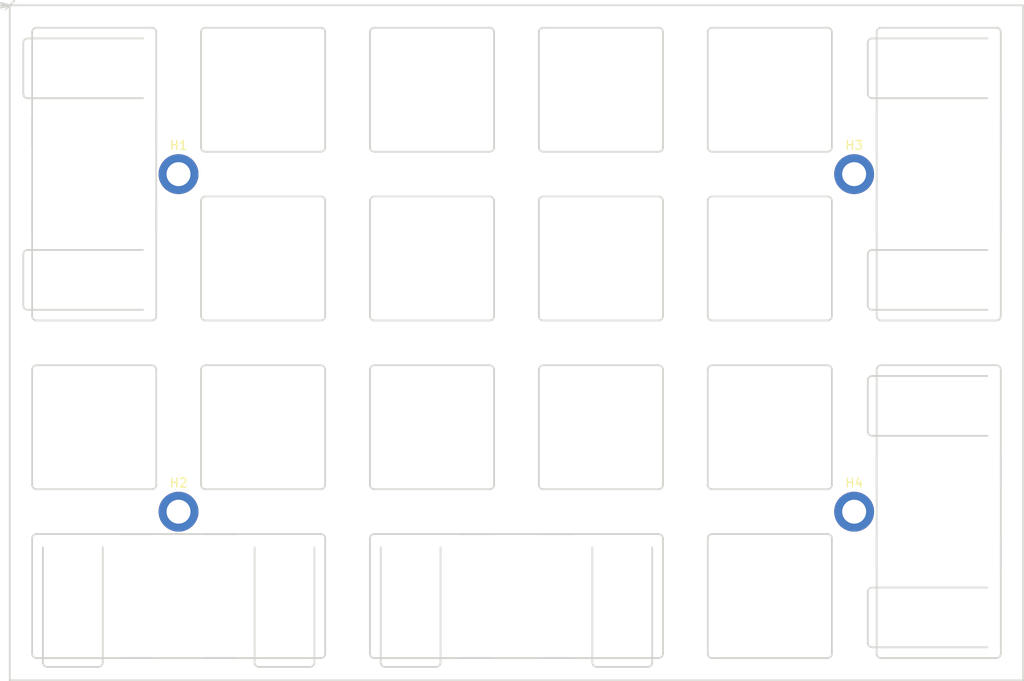
<source format=kicad_pcb>
(kicad_pcb (version 20171130) (host pcbnew 5.0.2-bee76a0~70~ubuntu18.04.1)

  (general
    (thickness 1.6)
    (drawings 230)
    (tracks 0)
    (zones 0)
    (modules 4)
    (nets 1)
  )

  (page A4)
  (layers
    (0 F.Cu signal)
    (31 B.Cu signal)
    (32 B.Adhes user)
    (33 F.Adhes user)
    (34 B.Paste user)
    (35 F.Paste user)
    (36 B.SilkS user)
    (37 F.SilkS user)
    (38 B.Mask user)
    (39 F.Mask user)
    (40 Dwgs.User user)
    (41 Cmts.User user)
    (42 Eco1.User user)
    (43 Eco2.User user)
    (44 Edge.Cuts user)
    (45 Margin user)
    (46 B.CrtYd user)
    (47 F.CrtYd user)
    (48 B.Fab user)
    (49 F.Fab user)
  )

  (setup
    (last_trace_width 0.25)
    (trace_clearance 0.2)
    (zone_clearance 0.508)
    (zone_45_only no)
    (trace_min 0.2)
    (segment_width 0.2)
    (edge_width 0.15)
    (via_size 0.8)
    (via_drill 0.4)
    (via_min_size 0.4)
    (via_min_drill 0.3)
    (uvia_size 0.3)
    (uvia_drill 0.1)
    (uvias_allowed no)
    (uvia_min_size 0.2)
    (uvia_min_drill 0.1)
    (pcb_text_width 0.3)
    (pcb_text_size 1.5 1.5)
    (mod_edge_width 0.15)
    (mod_text_size 1 1)
    (mod_text_width 0.15)
    (pad_size 1.524 1.524)
    (pad_drill 0.762)
    (pad_to_mask_clearance 0.051)
    (solder_mask_min_width 0.25)
    (aux_axis_origin 0 0)
    (grid_origin 0.01 0.01)
    (visible_elements FFFFFF7F)
    (pcbplotparams
      (layerselection 0x010fc_ffffffff)
      (usegerberextensions false)
      (usegerberattributes false)
      (usegerberadvancedattributes false)
      (creategerberjobfile false)
      (excludeedgelayer true)
      (linewidth 0.100000)
      (plotframeref false)
      (viasonmask false)
      (mode 1)
      (useauxorigin false)
      (hpglpennumber 1)
      (hpglpenspeed 20)
      (hpglpendiameter 15.000000)
      (psnegative false)
      (psa4output false)
      (plotreference true)
      (plotvalue true)
      (plotinvisibletext false)
      (padsonsilk false)
      (subtractmaskfromsilk false)
      (outputformat 1)
      (mirror false)
      (drillshape 0)
      (scaleselection 1)
      (outputdirectory "gerbersMixed"))
  )

  (net 0 "")

  (net_class Default "This is the default net class."
    (clearance 0.2)
    (trace_width 0.25)
    (via_dia 0.8)
    (via_drill 0.4)
    (uvia_dia 0.3)
    (uvia_drill 0.1)
  )

  (module MountingHole:MountingHole_2.7mm_M2.5_ISO14580_Pad (layer F.Cu) (tedit 56D1B4CB) (tstamp 5C2F322C)
    (at 113.45 77.34)
    (descr "Mounting Hole 2.7mm, M2.5, ISO14580")
    (tags "mounting hole 2.7mm m2.5 iso14580")
    (path /614D46D6)
    (attr virtual)
    (fp_text reference H1 (at 0 -3.25) (layer F.SilkS)
      (effects (font (size 1 1) (thickness 0.15)))
    )
    (fp_text value MountingHole (at 0 3.25) (layer F.Fab)
      (effects (font (size 1 1) (thickness 0.15)))
    )
    (fp_text user %R (at 0.3 0) (layer F.Fab)
      (effects (font (size 1 1) (thickness 0.15)))
    )
    (fp_circle (center 0 0) (end 2.25 0) (layer Cmts.User) (width 0.15))
    (fp_circle (center 0 0) (end 2.5 0) (layer F.CrtYd) (width 0.05))
    (pad 1 thru_hole circle (at 0 0) (size 4.5 4.5) (drill 2.7) (layers *.Cu *.Mask))
  )

  (module MountingHole:MountingHole_2.7mm_M2.5_ISO14580_Pad (layer F.Cu) (tedit 56D1B4CB) (tstamp 5C2F31BA)
    (at 113.45 115.44)
    (descr "Mounting Hole 2.7mm, M2.5, ISO14580")
    (tags "mounting hole 2.7mm m2.5 iso14580")
    (path /614D5069)
    (attr virtual)
    (fp_text reference H2 (at 0 -3.25) (layer F.SilkS)
      (effects (font (size 1 1) (thickness 0.15)))
    )
    (fp_text value MountingHole (at 0 3.25) (layer F.Fab)
      (effects (font (size 1 1) (thickness 0.15)))
    )
    (fp_circle (center 0 0) (end 2.5 0) (layer F.CrtYd) (width 0.05))
    (fp_circle (center 0 0) (end 2.25 0) (layer Cmts.User) (width 0.15))
    (fp_text user %R (at 0.3 0) (layer F.Fab)
      (effects (font (size 1 1) (thickness 0.15)))
    )
    (pad 1 thru_hole circle (at 0 0) (size 4.5 4.5) (drill 2.7) (layers *.Cu *.Mask))
  )

  (module MountingHole:MountingHole_2.7mm_M2.5_ISO14580_Pad (layer F.Cu) (tedit 56D1B4CB) (tstamp 5C2F31C2)
    (at 189.65 77.34)
    (descr "Mounting Hole 2.7mm, M2.5, ISO14580")
    (tags "mounting hole 2.7mm m2.5 iso14580")
    (path /614D5339)
    (attr virtual)
    (fp_text reference H3 (at 0 -3.25) (layer F.SilkS)
      (effects (font (size 1 1) (thickness 0.15)))
    )
    (fp_text value MountingHole (at 0 3.25) (layer F.Fab)
      (effects (font (size 1 1) (thickness 0.15)))
    )
    (fp_text user %R (at 0.3 0) (layer F.Fab)
      (effects (font (size 1 1) (thickness 0.15)))
    )
    (fp_circle (center 0 0) (end 2.25 0) (layer Cmts.User) (width 0.15))
    (fp_circle (center 0 0) (end 2.5 0) (layer F.CrtYd) (width 0.05))
    (pad 1 thru_hole circle (at 0 0) (size 4.5 4.5) (drill 2.7) (layers *.Cu *.Mask))
  )

  (module MountingHole:MountingHole_2.7mm_M2.5_ISO14580_Pad (layer F.Cu) (tedit 56D1B4CB) (tstamp 5C2F31CA)
    (at 189.65 115.44)
    (descr "Mounting Hole 2.7mm, M2.5, ISO14580")
    (tags "mounting hole 2.7mm m2.5 iso14580")
    (path /5C2E5469)
    (attr virtual)
    (fp_text reference H4 (at 0 -3.25) (layer F.SilkS)
      (effects (font (size 1 1) (thickness 0.15)))
    )
    (fp_text value MountingHole (at 0 3.25) (layer F.Fab)
      (effects (font (size 1 1) (thickness 0.15)))
    )
    (fp_circle (center 0 0) (end 2.5 0) (layer F.CrtYd) (width 0.05))
    (fp_circle (center 0 0) (end 2.25 0) (layer Cmts.User) (width 0.15))
    (fp_text user %R (at 0.3 0) (layer F.Fab)
      (effects (font (size 1 1) (thickness 0.15)))
    )
    (pad 1 thru_hole circle (at 0 0) (size 4.5 4.5) (drill 2.7) (layers *.Cu *.Mask))
  )

  (gr_line (start 98.15 119.46) (end 98.15 132.46) (layer Edge.Cuts) (width 0.2))
  (gr_line (start 104.9 119.46) (end 104.9 132.46) (layer Edge.Cuts) (width 0.2))
  (gr_line (start 109.438 92.648) (end 96.438 92.648) (layer Edge.Cuts) (width 0.2))
  (gr_arc (start 186.638 112.41) (end 186.638 112.91) (angle -90) (layer Edge.Cuts) (width 0.2))
  (gr_arc (start 148.538 61.31) (end 149.038 61.31) (angle -90) (layer Edge.Cuts) (width 0.2))
  (gr_line (start 94.413 58.285) (end 208.713 58.285) (layer Edge.Cuts) (width 0.2))
  (gr_line (start 191.188 62.522) (end 191.188 68.272) (layer Edge.Cuts) (width 0.2))
  (gr_arc (start 160.626 132.46) (end 160.126 132.46) (angle -90) (layer Edge.Cuts) (width 0.2))
  (gr_arc (start 192.688 99.41) (end 192.688 98.91) (angle -90) (layer Edge.Cuts) (width 0.2))
  (gr_arc (start 135.538 80.36) (end 135.538 79.86) (angle -90) (layer Edge.Cuts) (width 0.2))
  (gr_arc (start 186.638 99.41) (end 187.138 99.41) (angle -90) (layer Edge.Cuts) (width 0.2))
  (gr_line (start 192.188 108.935) (end 192.188 121.935) (layer Edge.Cuts) (width 0.2))
  (gr_line (start 173.138 61.31) (end 173.138 74.31) (layer Edge.Cuts) (width 0.2))
  (gr_arc (start 186.638 131.46) (end 186.638 131.96) (angle -90) (layer Edge.Cuts) (width 0.2))
  (gr_line (start 187.138 99.41) (end 187.138 112.41) (layer Edge.Cuts) (width 0.2))
  (gr_line (start 116.488 131.96) (end 129.488 131.96) (layer Edge.Cuts) (width 0.2))
  (gr_arc (start 166.376 132.46) (end 166.376 132.96) (angle -90) (layer Edge.Cuts) (width 0.2))
  (gr_line (start 192.188 118.46) (end 192.188 131.46) (layer Edge.Cuts) (width 0.2))
  (gr_line (start 128.776 119.46) (end 128.776 132.46) (layer Edge.Cuts) (width 0.2))
  (gr_line (start 206.188 108.935) (end 206.188 121.935) (layer Edge.Cuts) (width 0.2))
  (gr_arc (start 167.588 118.46) (end 168.088 118.46) (angle -90) (layer Edge.Cuts) (width 0.2))
  (gr_line (start 94.413 134.485) (end 208.713 134.485) (layer Edge.Cuts) (width 0.2))
  (gr_line (start 206.188 61.31) (end 206.188 74.31) (layer Edge.Cuts) (width 0.2))
  (gr_line (start 106.963 131.96) (end 119.963 131.96) (layer Edge.Cuts) (width 0.2))
  (gr_arc (start 186.638 118.46) (end 187.138 118.46) (angle -90) (layer Edge.Cuts) (width 0.2))
  (gr_line (start 160.126 119.46) (end 160.126 132.46) (layer Edge.Cuts) (width 0.2))
  (gr_arc (start 104.4 132.46) (end 104.4 132.96) (angle -90) (layer Edge.Cuts) (width 0.2))
  (gr_line (start 135.538 74.81) (end 148.538 74.81) (layer Edge.Cuts) (width 0.2))
  (gr_line (start 192.188 70.835) (end 192.188 83.835) (layer Edge.Cuts) (width 0.2))
  (gr_line (start 160.626 132.96) (end 166.376 132.96) (layer Edge.Cuts) (width 0.2))
  (gr_arc (start 129.488 93.36) (end 129.488 93.86) (angle -90) (layer Edge.Cuts) (width 0.2))
  (gr_line (start 129.988 61.31) (end 129.988 74.31) (layer Edge.Cuts) (width 0.2))
  (gr_arc (start 173.638 61.31) (end 173.638 60.81) (angle -90) (layer Edge.Cuts) (width 0.2))
  (gr_arc (start 148.538 74.31) (end 148.538 74.81) (angle -90) (layer Edge.Cuts) (width 0.2))
  (gr_arc (start 96.438 86.398) (end 96.438 85.898) (angle -90) (layer Edge.Cuts) (width 0.2))
  (gr_line (start 95.938 86.398) (end 95.938 92.148) (layer Edge.Cuts) (width 0.2))
  (gr_arc (start 154.588 74.31) (end 154.088 74.31) (angle -90) (layer Edge.Cuts) (width 0.2))
  (gr_arc (start 148.538 99.41) (end 149.038 99.41) (angle -90) (layer Edge.Cuts) (width 0.2))
  (gr_line (start 116.488 60.81) (end 129.488 60.81) (layer Edge.Cuts) (width 0.2))
  (gr_line (start 135.538 79.86) (end 148.538 79.86) (layer Edge.Cuts) (width 0.2))
  (gr_line (start 135.038 61.31) (end 135.038 74.31) (layer Edge.Cuts) (width 0.2))
  (gr_arc (start 116.488 112.41) (end 115.988 112.41) (angle -90) (layer Edge.Cuts) (width 0.2))
  (gr_line (start 115.988 61.31) (end 115.988 74.31) (layer Edge.Cuts) (width 0.2))
  (gr_arc (start 167.588 61.31) (end 168.088 61.31) (angle -90) (layer Edge.Cuts) (width 0.2))
  (gr_line (start 149.038 80.36) (end 149.038 93.36) (layer Edge.Cuts) (width 0.2))
  (gr_line (start 135.538 93.86) (end 148.538 93.86) (layer Edge.Cuts) (width 0.2))
  (gr_line (start 173.638 117.96) (end 186.638 117.96) (layer Edge.Cuts) (width 0.2))
  (gr_arc (start 116.488 74.31) (end 115.988 74.31) (angle -90) (layer Edge.Cuts) (width 0.2))
  (gr_line (start 149.038 61.31) (end 149.038 74.31) (layer Edge.Cuts) (width 0.2))
  (gr_line (start 154.588 74.81) (end 167.588 74.81) (layer Edge.Cuts) (width 0.2))
  (gr_line (start 187.138 61.31) (end 187.138 74.31) (layer Edge.Cuts) (width 0.2))
  (gr_arc (start 148.538 93.36) (end 148.538 93.86) (angle -90) (layer Edge.Cuts) (width 0.2))
  (gr_line (start 154.088 99.41) (end 154.088 112.41) (layer Edge.Cuts) (width 0.2))
  (gr_line (start 96.938 118.46) (end 96.938 131.46) (layer Edge.Cuts) (width 0.2))
  (gr_arc (start 192.688 93.36) (end 192.188 93.36) (angle -90) (layer Edge.Cuts) (width 0.2))
  (gr_arc (start 173.638 99.41) (end 173.638 98.91) (angle -90) (layer Edge.Cuts) (width 0.2))
  (gr_line (start 109.438 85.898) (end 96.438 85.898) (layer Edge.Cuts) (width 0.2))
  (gr_line (start 173.638 112.91) (end 186.638 112.91) (layer Edge.Cuts) (width 0.2))
  (gr_arc (start 129.488 61.31) (end 129.988 61.31) (angle -90) (layer Edge.Cuts) (width 0.2))
  (gr_line (start 154.588 93.86) (end 167.588 93.86) (layer Edge.Cuts) (width 0.2))
  (gr_arc (start 154.588 112.41) (end 154.088 112.41) (angle -90) (layer Edge.Cuts) (width 0.2))
  (gr_line (start 135.538 98.91) (end 148.538 98.91) (layer Edge.Cuts) (width 0.2))
  (gr_line (start 135.038 80.36) (end 135.038 93.36) (layer Edge.Cuts) (width 0.2))
  (gr_line (start 154.588 60.81) (end 167.588 60.81) (layer Edge.Cuts) (width 0.2))
  (gr_arc (start 154.588 61.31) (end 154.588 60.81) (angle -90) (layer Edge.Cuts) (width 0.2))
  (gr_arc (start 148.538 80.36) (end 149.038 80.36) (angle -90) (layer Edge.Cuts) (width 0.2))
  (gr_line (start 116.488 74.81) (end 129.488 74.81) (layer Edge.Cuts) (width 0.2))
  (gr_line (start 109.438 68.772) (end 96.438 68.772) (layer Edge.Cuts) (width 0.2))
  (gr_line (start 191.188 86.398) (end 191.188 92.148) (layer Edge.Cuts) (width 0.2))
  (gr_arc (start 135.538 112.41) (end 135.038 112.41) (angle -90) (layer Edge.Cuts) (width 0.2))
  (gr_line (start 192.688 93.86) (end 205.688 93.86) (layer Edge.Cuts) (width 0.2))
  (gr_line (start 173.138 99.41) (end 173.138 112.41) (layer Edge.Cuts) (width 0.2))
  (gr_line (start 154.588 79.86) (end 167.588 79.86) (layer Edge.Cuts) (width 0.2))
  (gr_line (start 129.988 80.36) (end 129.988 93.36) (layer Edge.Cuts) (width 0.2))
  (gr_arc (start 186.638 61.31) (end 187.138 61.31) (angle -90) (layer Edge.Cuts) (width 0.2))
  (gr_line (start 206.188 80.36) (end 206.188 93.36) (layer Edge.Cuts) (width 0.2))
  (gr_line (start 173.638 60.81) (end 186.638 60.81) (layer Edge.Cuts) (width 0.2))
  (gr_line (start 168.088 99.41) (end 168.088 112.41) (layer Edge.Cuts) (width 0.2))
  (gr_arc (start 191.688 92.148) (end 191.188 92.148) (angle -90) (layer Edge.Cuts) (width 0.2))
  (gr_line (start 110.938 61.31) (end 110.938 74.31) (layer Edge.Cuts) (width 0.2))
  (gr_line (start 116.488 79.86) (end 129.488 79.86) (layer Edge.Cuts) (width 0.2))
  (gr_line (start 173.638 74.81) (end 186.638 74.81) (layer Edge.Cuts) (width 0.2))
  (gr_line (start 116.488 117.96) (end 129.488 117.96) (layer Edge.Cuts) (width 0.2))
  (gr_line (start 154.588 131.96) (end 167.588 131.96) (layer Edge.Cuts) (width 0.2))
  (gr_line (start 110.938 80.36) (end 110.938 93.36) (layer Edge.Cuts) (width 0.2))
  (gr_arc (start 191.688 100.622) (end 191.688 100.122) (angle -90) (layer Edge.Cuts) (width 0.2))
  (gr_line (start 191.188 100.622) (end 191.188 106.372) (layer Edge.Cuts) (width 0.2))
  (gr_line (start 135.538 117.96) (end 148.538 117.96) (layer Edge.Cuts) (width 0.2))
  (gr_arc (start 167.588 131.46) (end 167.588 131.96) (angle -90) (layer Edge.Cuts) (width 0.2))
  (gr_line (start 192.688 60.81) (end 205.688 60.81) (layer Edge.Cuts) (width 0.2))
  (gr_arc (start 116.488 93.36) (end 115.988 93.36) (angle -90) (layer Edge.Cuts) (width 0.2))
  (gr_line (start 135.538 131.96) (end 148.538 131.96) (layer Edge.Cuts) (width 0.2))
  (gr_line (start 192.688 98.91) (end 205.688 98.91) (layer Edge.Cuts) (width 0.2))
  (gr_arc (start 191.688 62.522) (end 191.688 62.022) (angle -90) (layer Edge.Cuts) (width 0.2))
  (gr_arc (start 191.688 106.372) (end 191.188 106.372) (angle -90) (layer Edge.Cuts) (width 0.2))
  (gr_line (start 95.938 62.522) (end 95.938 68.272) (layer Edge.Cuts) (width 0.2))
  (gr_line (start 204.688 130.748) (end 191.688 130.748) (layer Edge.Cuts) (width 0.2))
  (gr_arc (start 205.688 131.46) (end 205.688 131.96) (angle -90) (layer Edge.Cuts) (width 0.2))
  (gr_arc (start 205.688 61.31) (end 206.188 61.31) (angle -90) (layer Edge.Cuts) (width 0.2))
  (gr_arc (start 186.638 93.36) (end 186.638 93.86) (angle -90) (layer Edge.Cuts) (width 0.2))
  (gr_arc (start 135.538 118.46) (end 135.538 117.96) (angle -90) (layer Edge.Cuts) (width 0.2))
  (gr_line (start 206.188 70.835) (end 206.188 83.835) (layer Edge.Cuts) (width 0.2))
  (gr_arc (start 96.438 68.272) (end 95.938 68.272) (angle -90) (layer Edge.Cuts) (width 0.2))
  (gr_arc (start 167.588 80.36) (end 168.088 80.36) (angle -90) (layer Edge.Cuts) (width 0.2))
  (gr_line (start 115.988 99.41) (end 115.988 112.41) (layer Edge.Cuts) (width 0.2))
  (gr_arc (start 205.688 93.36) (end 205.688 93.86) (angle -90) (layer Edge.Cuts) (width 0.2))
  (gr_arc (start 129.488 112.41) (end 129.488 112.91) (angle -90) (layer Edge.Cuts) (width 0.2))
  (gr_line (start 192.688 131.96) (end 205.688 131.96) (layer Edge.Cuts) (width 0.2))
  (gr_arc (start 135.538 74.31) (end 135.038 74.31) (angle -90) (layer Edge.Cuts) (width 0.2))
  (gr_line (start 206.188 99.41) (end 206.188 112.41) (layer Edge.Cuts) (width 0.2))
  (gr_arc (start 191.688 86.398) (end 191.688 85.898) (angle -90) (layer Edge.Cuts) (width 0.2))
  (gr_arc (start 97.438 99.41) (end 97.438 98.91) (angle -90) (layer Edge.Cuts) (width 0.2))
  (gr_arc (start 154.588 93.36) (end 154.088 93.36) (angle -90) (layer Edge.Cuts) (width 0.2))
  (gr_line (start 116.488 93.86) (end 129.488 93.86) (layer Edge.Cuts) (width 0.2))
  (gr_arc (start 191.688 124.498) (end 191.688 123.998) (angle -90) (layer Edge.Cuts) (width 0.2))
  (gr_line (start 204.688 106.872) (end 191.688 106.872) (layer Edge.Cuts) (width 0.2))
  (gr_line (start 97.438 98.91) (end 110.438 98.91) (layer Edge.Cuts) (width 0.2))
  (gr_line (start 206.188 118.46) (end 206.188 131.46) (layer Edge.Cuts) (width 0.2))
  (gr_line (start 96.938 99.41) (end 96.938 112.41) (layer Edge.Cuts) (width 0.2))
  (gr_arc (start 136.75 132.46) (end 136.25 132.46) (angle -90) (layer Edge.Cuts) (width 0.2))
  (gr_line (start 94.413 58.285) (end 94.413 134.485) (layer Edge.Cuts) (width 0.2))
  (gr_arc (start 173.638 74.31) (end 173.138 74.31) (angle -90) (layer Edge.Cuts) (width 0.2))
  (gr_arc (start 173.638 112.41) (end 173.138 112.41) (angle -90) (layer Edge.Cuts) (width 0.2))
  (gr_line (start 173.638 98.91) (end 186.638 98.91) (layer Edge.Cuts) (width 0.2))
  (gr_arc (start 191.688 130.248) (end 191.188 130.248) (angle -90) (layer Edge.Cuts) (width 0.2))
  (gr_arc (start 110.438 99.41) (end 110.938 99.41) (angle -90) (layer Edge.Cuts) (width 0.2))
  (gr_arc (start 191.688 68.272) (end 191.188 68.272) (angle -90) (layer Edge.Cuts) (width 0.2))
  (gr_line (start 109.438 62.022) (end 96.438 62.022) (layer Edge.Cuts) (width 0.2))
  (gr_line (start 129.988 99.41) (end 129.988 112.41) (layer Edge.Cuts) (width 0.2))
  (gr_arc (start 110.438 61.31) (end 110.938 61.31) (angle -90) (layer Edge.Cuts) (width 0.2))
  (gr_line (start 208.713 58.285) (end 208.713 134.485) (layer Edge.Cuts) (width 0.2))
  (gr_arc (start 129.488 99.41) (end 129.988 99.41) (angle -90) (layer Edge.Cuts) (width 0.2))
  (gr_arc (start 148.538 112.41) (end 148.538 112.91) (angle -90) (layer Edge.Cuts) (width 0.2))
  (gr_arc (start 97.438 112.41) (end 96.938 112.41) (angle -90) (layer Edge.Cuts) (width 0.2))
  (gr_line (start 168.088 80.36) (end 168.088 93.36) (layer Edge.Cuts) (width 0.2))
  (gr_arc (start 205.688 99.41) (end 206.188 99.41) (angle -90) (layer Edge.Cuts) (width 0.2))
  (gr_line (start 173.638 93.86) (end 186.638 93.86) (layer Edge.Cuts) (width 0.2))
  (gr_arc (start 154.588 80.36) (end 154.588 79.86) (angle -90) (layer Edge.Cuts) (width 0.2))
  (gr_line (start 168.088 61.31) (end 168.088 74.31) (layer Edge.Cuts) (width 0.2))
  (gr_line (start 204.688 92.648) (end 191.688 92.648) (layer Edge.Cuts) (width 0.2))
  (gr_arc (start 116.488 61.31) (end 116.488 60.81) (angle -90) (layer Edge.Cuts) (width 0.2))
  (gr_line (start 116.488 98.91) (end 129.488 98.91) (layer Edge.Cuts) (width 0.2))
  (gr_line (start 97.438 117.96) (end 110.438 117.96) (layer Edge.Cuts) (width 0.2))
  (gr_line (start 93.413 58.017051) (end 94.413 58.285) (layer Edge.Cuts) (width 0.2))
  (gr_arc (start 167.588 74.31) (end 167.588 74.81) (angle -90) (layer Edge.Cuts) (width 0.2))
  (gr_arc (start 167.588 99.41) (end 168.088 99.41) (angle -90) (layer Edge.Cuts) (width 0.2))
  (gr_line (start 173.138 80.36) (end 173.138 93.36) (layer Edge.Cuts) (width 0.2))
  (gr_line (start 122.526 132.96) (end 128.276 132.96) (layer Edge.Cuts) (width 0.2))
  (gr_line (start 166.876 119.46) (end 166.876 132.46) (layer Edge.Cuts) (width 0.2))
  (gr_line (start 106.963 117.96) (end 119.963 117.96) (layer Edge.Cuts) (width 0.2))
  (gr_arc (start 173.638 131.46) (end 173.138 131.46) (angle -90) (layer Edge.Cuts) (width 0.2))
  (gr_arc (start 128.276 132.46) (end 128.276 132.96) (angle -90) (layer Edge.Cuts) (width 0.2))
  (gr_line (start 143 119.46) (end 143 132.46) (layer Edge.Cuts) (width 0.2))
  (gr_line (start 154.588 98.91) (end 167.588 98.91) (layer Edge.Cuts) (width 0.2))
  (gr_line (start 204.688 123.998) (end 191.688 123.998) (layer Edge.Cuts) (width 0.2))
  (gr_arc (start 129.488 118.46) (end 129.988 118.46) (angle -90) (layer Edge.Cuts) (width 0.2))
  (gr_arc (start 173.638 93.36) (end 173.138 93.36) (angle -90) (layer Edge.Cuts) (width 0.2))
  (gr_arc (start 192.688 131.46) (end 192.188 131.46) (angle -90) (layer Edge.Cuts) (width 0.2))
  (gr_line (start 192.188 99.41) (end 192.188 112.41) (layer Edge.Cuts) (width 0.2))
  (gr_arc (start 142.5 132.46) (end 142.5 132.96) (angle -90) (layer Edge.Cuts) (width 0.2))
  (gr_line (start 204.688 100.122) (end 191.688 100.122) (layer Edge.Cuts) (width 0.2))
  (gr_arc (start 97.438 93.36) (end 96.938 93.36) (angle -90) (layer Edge.Cuts) (width 0.2))
  (gr_arc (start 116.488 80.36) (end 116.488 79.86) (angle -90) (layer Edge.Cuts) (width 0.2))
  (gr_arc (start 129.488 80.36) (end 129.988 80.36) (angle -90) (layer Edge.Cuts) (width 0.2))
  (gr_arc (start 110.438 93.36) (end 110.438 93.86) (angle -90) (layer Edge.Cuts) (width 0.2))
  (gr_line (start 204.688 62.022) (end 191.688 62.022) (layer Edge.Cuts) (width 0.2))
  (gr_arc (start 186.638 74.31) (end 186.638 74.81) (angle -90) (layer Edge.Cuts) (width 0.2))
  (gr_arc (start 129.488 74.31) (end 129.488 74.81) (angle -90) (layer Edge.Cuts) (width 0.2))
  (gr_line (start 192.188 80.36) (end 192.188 93.36) (layer Edge.Cuts) (width 0.2))
  (gr_line (start 168.088 118.46) (end 168.088 131.46) (layer Edge.Cuts) (width 0.2))
  (gr_line (start 145.063 131.96) (end 158.063 131.96) (layer Edge.Cuts) (width 0.2))
  (gr_line (start 97.438 93.86) (end 110.438 93.86) (layer Edge.Cuts) (width 0.2))
  (gr_line (start 97.438 60.81) (end 110.438 60.81) (layer Edge.Cuts) (width 0.2))
  (gr_line (start 129.988 118.46) (end 129.988 131.46) (layer Edge.Cuts) (width 0.2))
  (gr_line (start 115.988 80.36) (end 115.988 93.36) (layer Edge.Cuts) (width 0.2))
  (gr_line (start 149.038 99.41) (end 149.038 112.41) (layer Edge.Cuts) (width 0.2))
  (gr_arc (start 97.438 131.46) (end 96.938 131.46) (angle -90) (layer Edge.Cuts) (width 0.2))
  (gr_arc (start 135.538 61.31) (end 135.538 60.81) (angle -90) (layer Edge.Cuts) (width 0.2))
  (gr_arc (start 135.538 93.36) (end 135.038 93.36) (angle -90) (layer Edge.Cuts) (width 0.2))
  (gr_line (start 173.138 118.46) (end 173.138 131.46) (layer Edge.Cuts) (width 0.2))
  (gr_arc (start 122.526 132.46) (end 122.026 132.46) (angle -90) (layer Edge.Cuts) (width 0.2))
  (gr_line (start 136.25 119.46) (end 136.25 132.46) (layer Edge.Cuts) (width 0.2))
  (gr_line (start 135.538 112.91) (end 148.538 112.91) (layer Edge.Cuts) (width 0.2))
  (gr_line (start 96.938 70.835) (end 96.938 83.835) (layer Edge.Cuts) (width 0.2))
  (gr_line (start 187.138 118.46) (end 187.138 131.46) (layer Edge.Cuts) (width 0.2))
  (gr_arc (start 135.538 99.41) (end 135.538 98.91) (angle -90) (layer Edge.Cuts) (width 0.2))
  (gr_arc (start 192.688 61.31) (end 192.688 60.81) (angle -90) (layer Edge.Cuts) (width 0.2))
  (gr_arc (start 98.65 132.46) (end 98.15 132.46) (angle -90) (layer Edge.Cuts) (width 0.2))
  (gr_line (start 135.038 99.41) (end 135.038 112.41) (layer Edge.Cuts) (width 0.2))
  (gr_arc (start 96.438 92.148) (end 95.938 92.148) (angle -90) (layer Edge.Cuts) (width 0.2))
  (gr_line (start 191.188 124.498) (end 191.188 130.248) (layer Edge.Cuts) (width 0.2))
  (gr_line (start 110.938 70.835) (end 110.938 83.835) (layer Edge.Cuts) (width 0.2))
  (gr_arc (start 97.438 61.31) (end 97.438 60.81) (angle -90) (layer Edge.Cuts) (width 0.2))
  (gr_arc (start 96.438 62.522) (end 96.438 62.022) (angle -90) (layer Edge.Cuts) (width 0.2))
  (gr_line (start 204.688 85.898) (end 191.688 85.898) (layer Edge.Cuts) (width 0.2))
  (gr_arc (start 154.588 99.41) (end 154.588 98.91) (angle -90) (layer Edge.Cuts) (width 0.2))
  (gr_line (start 98.65 132.96) (end 104.4 132.96) (layer Edge.Cuts) (width 0.2))
  (gr_line (start 94.413 58.285) (end 93.413 58.552949) (layer Edge.Cuts) (width 0.2))
  (gr_line (start 204.688 68.772) (end 191.688 68.772) (layer Edge.Cuts) (width 0.2))
  (gr_line (start 94.413 58.285) (end 93.413 58.285) (layer Edge.Cuts) (width 0.2))
  (gr_line (start 173.638 79.86) (end 186.638 79.86) (layer Edge.Cuts) (width 0.2))
  (gr_line (start 97.438 131.96) (end 110.438 131.96) (layer Edge.Cuts) (width 0.2))
  (gr_line (start 192.188 61.31) (end 192.188 74.31) (layer Edge.Cuts) (width 0.2))
  (gr_line (start 135.038 118.46) (end 135.038 131.46) (layer Edge.Cuts) (width 0.2))
  (gr_arc (start 116.488 99.41) (end 116.488 98.91) (angle -90) (layer Edge.Cuts) (width 0.2))
  (gr_line (start 116.488 112.91) (end 129.488 112.91) (layer Edge.Cuts) (width 0.2))
  (gr_arc (start 173.638 118.46) (end 173.638 117.96) (angle -90) (layer Edge.Cuts) (width 0.2))
  (gr_line (start 154.088 80.36) (end 154.088 93.36) (layer Edge.Cuts) (width 0.2))
  (gr_line (start 96.938 80.36) (end 96.938 93.36) (layer Edge.Cuts) (width 0.2))
  (gr_line (start 135.538 60.81) (end 148.538 60.81) (layer Edge.Cuts) (width 0.2))
  (gr_arc (start 110.438 112.41) (end 110.438 112.91) (angle -90) (layer Edge.Cuts) (width 0.2))
  (gr_arc (start 129.488 131.46) (end 129.488 131.96) (angle -90) (layer Edge.Cuts) (width 0.2))
  (gr_arc (start 135.538 131.46) (end 135.038 131.46) (angle -90) (layer Edge.Cuts) (width 0.2))
  (gr_arc (start 173.638 80.36) (end 173.638 79.86) (angle -90) (layer Edge.Cuts) (width 0.2))
  (gr_arc (start 97.438 118.46) (end 97.438 117.96) (angle -90) (layer Edge.Cuts) (width 0.2))
  (gr_line (start 96.938 61.31) (end 96.938 74.31) (layer Edge.Cuts) (width 0.2))
  (gr_line (start 145.063 117.96) (end 158.063 117.96) (layer Edge.Cuts) (width 0.2))
  (gr_line (start 122.026 119.46) (end 122.026 132.46) (layer Edge.Cuts) (width 0.2))
  (gr_line (start 93.913 58.785) (end 94.913 57.785) (layer Edge.Cuts) (width 0.2))
  (gr_line (start 154.588 117.96) (end 167.588 117.96) (layer Edge.Cuts) (width 0.2))
  (gr_line (start 154.088 61.31) (end 154.088 74.31) (layer Edge.Cuts) (width 0.2))
  (gr_arc (start 167.588 112.41) (end 167.588 112.91) (angle -90) (layer Edge.Cuts) (width 0.2))
  (gr_line (start 110.938 99.41) (end 110.938 112.41) (layer Edge.Cuts) (width 0.2))
  (gr_line (start 173.638 131.96) (end 186.638 131.96) (layer Edge.Cuts) (width 0.2))
  (gr_line (start 97.438 112.91) (end 110.438 112.91) (layer Edge.Cuts) (width 0.2))
  (gr_line (start 187.138 80.36) (end 187.138 93.36) (layer Edge.Cuts) (width 0.2))
  (gr_line (start 154.588 112.91) (end 167.588 112.91) (layer Edge.Cuts) (width 0.2))
  (gr_arc (start 167.588 93.36) (end 167.588 93.86) (angle -90) (layer Edge.Cuts) (width 0.2))
  (gr_arc (start 186.638 80.36) (end 187.138 80.36) (angle -90) (layer Edge.Cuts) (width 0.2))
  (gr_line (start 136.75 132.96) (end 142.5 132.96) (layer Edge.Cuts) (width 0.2))

)

</source>
